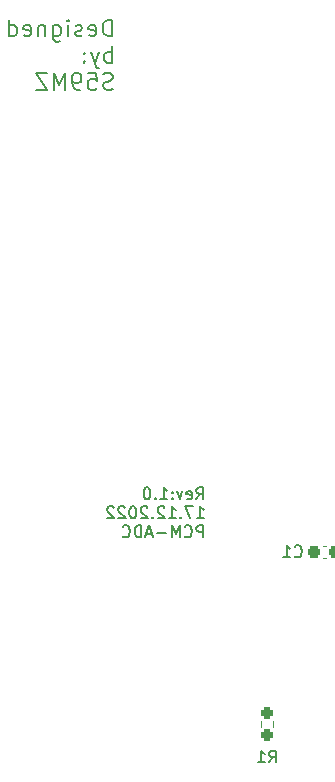
<source format=gbo>
G04 #@! TF.GenerationSoftware,KiCad,Pcbnew,6.0.9-8da3e8f707~116~ubuntu20.04.1*
G04 #@! TF.CreationDate,2022-12-17T22:04:31+01:00*
G04 #@! TF.ProjectId,pcm_pmod,70636d5f-706d-46f6-942e-6b696361645f,rev?*
G04 #@! TF.SameCoordinates,Original*
G04 #@! TF.FileFunction,Legend,Bot*
G04 #@! TF.FilePolarity,Positive*
%FSLAX46Y46*%
G04 Gerber Fmt 4.6, Leading zero omitted, Abs format (unit mm)*
G04 Created by KiCad (PCBNEW 6.0.9-8da3e8f707~116~ubuntu20.04.1) date 2022-12-17 22:04:31*
%MOMM*%
%LPD*%
G01*
G04 APERTURE LIST*
G04 Aperture macros list*
%AMRoundRect*
0 Rectangle with rounded corners*
0 $1 Rounding radius*
0 $2 $3 $4 $5 $6 $7 $8 $9 X,Y pos of 4 corners*
0 Add a 4 corners polygon primitive as box body*
4,1,4,$2,$3,$4,$5,$6,$7,$8,$9,$2,$3,0*
0 Add four circle primitives for the rounded corners*
1,1,$1+$1,$2,$3*
1,1,$1+$1,$4,$5*
1,1,$1+$1,$6,$7*
1,1,$1+$1,$8,$9*
0 Add four rect primitives between the rounded corners*
20,1,$1+$1,$2,$3,$4,$5,0*
20,1,$1+$1,$4,$5,$6,$7,0*
20,1,$1+$1,$6,$7,$8,$9,0*
20,1,$1+$1,$8,$9,$2,$3,0*%
G04 Aperture macros list end*
%ADD10C,0.150000*%
%ADD11C,0.120000*%
%ADD12C,1.500000*%
%ADD13R,1.700000X1.700000*%
%ADD14C,1.700000*%
%ADD15O,1.700000X1.700000*%
%ADD16RoundRect,0.237500X0.300000X0.237500X-0.300000X0.237500X-0.300000X-0.237500X0.300000X-0.237500X0*%
%ADD17RoundRect,0.237500X-0.237500X0.250000X-0.237500X-0.250000X0.237500X-0.250000X0.237500X0.250000X0*%
G04 APERTURE END LIST*
D10*
X116567976Y-109332380D02*
X116901309Y-108856190D01*
X117139404Y-109332380D02*
X117139404Y-108332380D01*
X116758452Y-108332380D01*
X116663214Y-108380000D01*
X116615595Y-108427619D01*
X116567976Y-108522857D01*
X116567976Y-108665714D01*
X116615595Y-108760952D01*
X116663214Y-108808571D01*
X116758452Y-108856190D01*
X117139404Y-108856190D01*
X115758452Y-109284761D02*
X115853690Y-109332380D01*
X116044166Y-109332380D01*
X116139404Y-109284761D01*
X116187023Y-109189523D01*
X116187023Y-108808571D01*
X116139404Y-108713333D01*
X116044166Y-108665714D01*
X115853690Y-108665714D01*
X115758452Y-108713333D01*
X115710833Y-108808571D01*
X115710833Y-108903809D01*
X116187023Y-108999047D01*
X115377500Y-108665714D02*
X115139404Y-109332380D01*
X114901309Y-108665714D01*
X114520357Y-109237142D02*
X114472738Y-109284761D01*
X114520357Y-109332380D01*
X114567976Y-109284761D01*
X114520357Y-109237142D01*
X114520357Y-109332380D01*
X114520357Y-108713333D02*
X114472738Y-108760952D01*
X114520357Y-108808571D01*
X114567976Y-108760952D01*
X114520357Y-108713333D01*
X114520357Y-108808571D01*
X113520357Y-109332380D02*
X114091785Y-109332380D01*
X113806071Y-109332380D02*
X113806071Y-108332380D01*
X113901309Y-108475238D01*
X113996547Y-108570476D01*
X114091785Y-108618095D01*
X113091785Y-109237142D02*
X113044166Y-109284761D01*
X113091785Y-109332380D01*
X113139404Y-109284761D01*
X113091785Y-109237142D01*
X113091785Y-109332380D01*
X112425119Y-108332380D02*
X112329880Y-108332380D01*
X112234642Y-108380000D01*
X112187023Y-108427619D01*
X112139404Y-108522857D01*
X112091785Y-108713333D01*
X112091785Y-108951428D01*
X112139404Y-109141904D01*
X112187023Y-109237142D01*
X112234642Y-109284761D01*
X112329880Y-109332380D01*
X112425119Y-109332380D01*
X112520357Y-109284761D01*
X112567976Y-109237142D01*
X112615595Y-109141904D01*
X112663214Y-108951428D01*
X112663214Y-108713333D01*
X112615595Y-108522857D01*
X112567976Y-108427619D01*
X112520357Y-108380000D01*
X112425119Y-108332380D01*
X116615595Y-110942380D02*
X117187023Y-110942380D01*
X116901309Y-110942380D02*
X116901309Y-109942380D01*
X116996547Y-110085238D01*
X117091785Y-110180476D01*
X117187023Y-110228095D01*
X116282261Y-109942380D02*
X115615595Y-109942380D01*
X116044166Y-110942380D01*
X115234642Y-110847142D02*
X115187023Y-110894761D01*
X115234642Y-110942380D01*
X115282261Y-110894761D01*
X115234642Y-110847142D01*
X115234642Y-110942380D01*
X114234642Y-110942380D02*
X114806071Y-110942380D01*
X114520357Y-110942380D02*
X114520357Y-109942380D01*
X114615595Y-110085238D01*
X114710833Y-110180476D01*
X114806071Y-110228095D01*
X113853690Y-110037619D02*
X113806071Y-109990000D01*
X113710833Y-109942380D01*
X113472738Y-109942380D01*
X113377500Y-109990000D01*
X113329880Y-110037619D01*
X113282261Y-110132857D01*
X113282261Y-110228095D01*
X113329880Y-110370952D01*
X113901309Y-110942380D01*
X113282261Y-110942380D01*
X112853690Y-110847142D02*
X112806071Y-110894761D01*
X112853690Y-110942380D01*
X112901309Y-110894761D01*
X112853690Y-110847142D01*
X112853690Y-110942380D01*
X112425119Y-110037619D02*
X112377500Y-109990000D01*
X112282261Y-109942380D01*
X112044166Y-109942380D01*
X111948928Y-109990000D01*
X111901309Y-110037619D01*
X111853690Y-110132857D01*
X111853690Y-110228095D01*
X111901309Y-110370952D01*
X112472738Y-110942380D01*
X111853690Y-110942380D01*
X111234642Y-109942380D02*
X111139404Y-109942380D01*
X111044166Y-109990000D01*
X110996547Y-110037619D01*
X110948928Y-110132857D01*
X110901309Y-110323333D01*
X110901309Y-110561428D01*
X110948928Y-110751904D01*
X110996547Y-110847142D01*
X111044166Y-110894761D01*
X111139404Y-110942380D01*
X111234642Y-110942380D01*
X111329880Y-110894761D01*
X111377500Y-110847142D01*
X111425119Y-110751904D01*
X111472738Y-110561428D01*
X111472738Y-110323333D01*
X111425119Y-110132857D01*
X111377500Y-110037619D01*
X111329880Y-109990000D01*
X111234642Y-109942380D01*
X110520357Y-110037619D02*
X110472738Y-109990000D01*
X110377500Y-109942380D01*
X110139404Y-109942380D01*
X110044166Y-109990000D01*
X109996547Y-110037619D01*
X109948928Y-110132857D01*
X109948928Y-110228095D01*
X109996547Y-110370952D01*
X110567976Y-110942380D01*
X109948928Y-110942380D01*
X109567976Y-110037619D02*
X109520357Y-109990000D01*
X109425119Y-109942380D01*
X109187023Y-109942380D01*
X109091785Y-109990000D01*
X109044166Y-110037619D01*
X108996547Y-110132857D01*
X108996547Y-110228095D01*
X109044166Y-110370952D01*
X109615595Y-110942380D01*
X108996547Y-110942380D01*
X117139404Y-112552380D02*
X117139404Y-111552380D01*
X116758452Y-111552380D01*
X116663214Y-111600000D01*
X116615595Y-111647619D01*
X116567976Y-111742857D01*
X116567976Y-111885714D01*
X116615595Y-111980952D01*
X116663214Y-112028571D01*
X116758452Y-112076190D01*
X117139404Y-112076190D01*
X115567976Y-112457142D02*
X115615595Y-112504761D01*
X115758452Y-112552380D01*
X115853690Y-112552380D01*
X115996547Y-112504761D01*
X116091785Y-112409523D01*
X116139404Y-112314285D01*
X116187023Y-112123809D01*
X116187023Y-111980952D01*
X116139404Y-111790476D01*
X116091785Y-111695238D01*
X115996547Y-111600000D01*
X115853690Y-111552380D01*
X115758452Y-111552380D01*
X115615595Y-111600000D01*
X115567976Y-111647619D01*
X115139404Y-112552380D02*
X115139404Y-111552380D01*
X114806071Y-112266666D01*
X114472738Y-111552380D01*
X114472738Y-112552380D01*
X113996547Y-112171428D02*
X113234642Y-112171428D01*
X112806071Y-112266666D02*
X112329880Y-112266666D01*
X112901309Y-112552380D02*
X112567976Y-111552380D01*
X112234642Y-112552380D01*
X111901309Y-112552380D02*
X111901309Y-111552380D01*
X111663214Y-111552380D01*
X111520357Y-111600000D01*
X111425119Y-111695238D01*
X111377500Y-111790476D01*
X111329880Y-111980952D01*
X111329880Y-112123809D01*
X111377500Y-112314285D01*
X111425119Y-112409523D01*
X111520357Y-112504761D01*
X111663214Y-112552380D01*
X111901309Y-112552380D01*
X110329880Y-112457142D02*
X110377500Y-112504761D01*
X110520357Y-112552380D01*
X110615595Y-112552380D01*
X110758452Y-112504761D01*
X110853690Y-112409523D01*
X110901309Y-112314285D01*
X110948928Y-112123809D01*
X110948928Y-111980952D01*
X110901309Y-111790476D01*
X110853690Y-111695238D01*
X110758452Y-111600000D01*
X110615595Y-111552380D01*
X110520357Y-111552380D01*
X110377500Y-111600000D01*
X110329880Y-111647619D01*
X109424166Y-70134333D02*
X109424166Y-68734333D01*
X109090833Y-68734333D01*
X108890833Y-68801000D01*
X108757500Y-68934333D01*
X108690833Y-69067666D01*
X108624166Y-69334333D01*
X108624166Y-69534333D01*
X108690833Y-69801000D01*
X108757500Y-69934333D01*
X108890833Y-70067666D01*
X109090833Y-70134333D01*
X109424166Y-70134333D01*
X107490833Y-70067666D02*
X107624166Y-70134333D01*
X107890833Y-70134333D01*
X108024166Y-70067666D01*
X108090833Y-69934333D01*
X108090833Y-69401000D01*
X108024166Y-69267666D01*
X107890833Y-69201000D01*
X107624166Y-69201000D01*
X107490833Y-69267666D01*
X107424166Y-69401000D01*
X107424166Y-69534333D01*
X108090833Y-69667666D01*
X106890833Y-70067666D02*
X106757500Y-70134333D01*
X106490833Y-70134333D01*
X106357500Y-70067666D01*
X106290833Y-69934333D01*
X106290833Y-69867666D01*
X106357500Y-69734333D01*
X106490833Y-69667666D01*
X106690833Y-69667666D01*
X106824166Y-69601000D01*
X106890833Y-69467666D01*
X106890833Y-69401000D01*
X106824166Y-69267666D01*
X106690833Y-69201000D01*
X106490833Y-69201000D01*
X106357500Y-69267666D01*
X105690833Y-70134333D02*
X105690833Y-69201000D01*
X105690833Y-68734333D02*
X105757500Y-68801000D01*
X105690833Y-68867666D01*
X105624166Y-68801000D01*
X105690833Y-68734333D01*
X105690833Y-68867666D01*
X104424166Y-69201000D02*
X104424166Y-70334333D01*
X104490833Y-70467666D01*
X104557500Y-70534333D01*
X104690833Y-70601000D01*
X104890833Y-70601000D01*
X105024166Y-70534333D01*
X104424166Y-70067666D02*
X104557500Y-70134333D01*
X104824166Y-70134333D01*
X104957500Y-70067666D01*
X105024166Y-70001000D01*
X105090833Y-69867666D01*
X105090833Y-69467666D01*
X105024166Y-69334333D01*
X104957500Y-69267666D01*
X104824166Y-69201000D01*
X104557500Y-69201000D01*
X104424166Y-69267666D01*
X103757500Y-69201000D02*
X103757500Y-70134333D01*
X103757500Y-69334333D02*
X103690833Y-69267666D01*
X103557500Y-69201000D01*
X103357500Y-69201000D01*
X103224166Y-69267666D01*
X103157500Y-69401000D01*
X103157500Y-70134333D01*
X101957500Y-70067666D02*
X102090833Y-70134333D01*
X102357500Y-70134333D01*
X102490833Y-70067666D01*
X102557500Y-69934333D01*
X102557500Y-69401000D01*
X102490833Y-69267666D01*
X102357500Y-69201000D01*
X102090833Y-69201000D01*
X101957500Y-69267666D01*
X101890833Y-69401000D01*
X101890833Y-69534333D01*
X102557500Y-69667666D01*
X100690833Y-70134333D02*
X100690833Y-68734333D01*
X100690833Y-70067666D02*
X100824166Y-70134333D01*
X101090833Y-70134333D01*
X101224166Y-70067666D01*
X101290833Y-70001000D01*
X101357500Y-69867666D01*
X101357500Y-69467666D01*
X101290833Y-69334333D01*
X101224166Y-69267666D01*
X101090833Y-69201000D01*
X100824166Y-69201000D01*
X100690833Y-69267666D01*
X109424166Y-72388333D02*
X109424166Y-70988333D01*
X109424166Y-71521666D02*
X109290833Y-71455000D01*
X109024166Y-71455000D01*
X108890833Y-71521666D01*
X108824166Y-71588333D01*
X108757500Y-71721666D01*
X108757500Y-72121666D01*
X108824166Y-72255000D01*
X108890833Y-72321666D01*
X109024166Y-72388333D01*
X109290833Y-72388333D01*
X109424166Y-72321666D01*
X108290833Y-71455000D02*
X107957500Y-72388333D01*
X107624166Y-71455000D02*
X107957500Y-72388333D01*
X108090833Y-72721666D01*
X108157500Y-72788333D01*
X108290833Y-72855000D01*
X107090833Y-72255000D02*
X107024166Y-72321666D01*
X107090833Y-72388333D01*
X107157500Y-72321666D01*
X107090833Y-72255000D01*
X107090833Y-72388333D01*
X107090833Y-71521666D02*
X107024166Y-71588333D01*
X107090833Y-71655000D01*
X107157500Y-71588333D01*
X107090833Y-71521666D01*
X107090833Y-71655000D01*
X109490833Y-74575666D02*
X109290833Y-74642333D01*
X108957500Y-74642333D01*
X108824166Y-74575666D01*
X108757500Y-74509000D01*
X108690833Y-74375666D01*
X108690833Y-74242333D01*
X108757500Y-74109000D01*
X108824166Y-74042333D01*
X108957500Y-73975666D01*
X109224166Y-73909000D01*
X109357500Y-73842333D01*
X109424166Y-73775666D01*
X109490833Y-73642333D01*
X109490833Y-73509000D01*
X109424166Y-73375666D01*
X109357500Y-73309000D01*
X109224166Y-73242333D01*
X108890833Y-73242333D01*
X108690833Y-73309000D01*
X107424166Y-73242333D02*
X108090833Y-73242333D01*
X108157500Y-73909000D01*
X108090833Y-73842333D01*
X107957500Y-73775666D01*
X107624166Y-73775666D01*
X107490833Y-73842333D01*
X107424166Y-73909000D01*
X107357500Y-74042333D01*
X107357500Y-74375666D01*
X107424166Y-74509000D01*
X107490833Y-74575666D01*
X107624166Y-74642333D01*
X107957500Y-74642333D01*
X108090833Y-74575666D01*
X108157500Y-74509000D01*
X106690833Y-74642333D02*
X106424166Y-74642333D01*
X106290833Y-74575666D01*
X106224166Y-74509000D01*
X106090833Y-74309000D01*
X106024166Y-74042333D01*
X106024166Y-73509000D01*
X106090833Y-73375666D01*
X106157500Y-73309000D01*
X106290833Y-73242333D01*
X106557500Y-73242333D01*
X106690833Y-73309000D01*
X106757500Y-73375666D01*
X106824166Y-73509000D01*
X106824166Y-73842333D01*
X106757500Y-73975666D01*
X106690833Y-74042333D01*
X106557500Y-74109000D01*
X106290833Y-74109000D01*
X106157500Y-74042333D01*
X106090833Y-73975666D01*
X106024166Y-73842333D01*
X105424166Y-74642333D02*
X105424166Y-73242333D01*
X104957500Y-74242333D01*
X104490833Y-73242333D01*
X104490833Y-74642333D01*
X103957500Y-73242333D02*
X103024166Y-73242333D01*
X103957500Y-74642333D01*
X103024166Y-74642333D01*
X124880666Y-114149142D02*
X124928285Y-114196761D01*
X125071142Y-114244380D01*
X125166380Y-114244380D01*
X125309238Y-114196761D01*
X125404476Y-114101523D01*
X125452095Y-114006285D01*
X125499714Y-113815809D01*
X125499714Y-113672952D01*
X125452095Y-113482476D01*
X125404476Y-113387238D01*
X125309238Y-113292000D01*
X125166380Y-113244380D01*
X125071142Y-113244380D01*
X124928285Y-113292000D01*
X124880666Y-113339619D01*
X123928285Y-114244380D02*
X124499714Y-114244380D01*
X124214000Y-114244380D02*
X124214000Y-113244380D01*
X124309238Y-113387238D01*
X124404476Y-113482476D01*
X124499714Y-113530095D01*
X122721666Y-131619880D02*
X123055000Y-131143690D01*
X123293095Y-131619880D02*
X123293095Y-130619880D01*
X122912142Y-130619880D01*
X122816904Y-130667500D01*
X122769285Y-130715119D01*
X122721666Y-130810357D01*
X122721666Y-130953214D01*
X122769285Y-131048452D01*
X122816904Y-131096071D01*
X122912142Y-131143690D01*
X123293095Y-131143690D01*
X121769285Y-131619880D02*
X122340714Y-131619880D01*
X122055000Y-131619880D02*
X122055000Y-130619880D01*
X122150238Y-130762738D01*
X122245476Y-130857976D01*
X122340714Y-130905595D01*
D11*
X127553767Y-113282000D02*
X127261233Y-113282000D01*
X127553767Y-114302000D02*
X127261233Y-114302000D01*
X122032500Y-128118776D02*
X122032500Y-128628224D01*
X123077500Y-128118776D02*
X123077500Y-128628224D01*
%LPC*%
D12*
X116525000Y-137160000D03*
X109525000Y-137160000D03*
D13*
X101600000Y-87630000D03*
D14*
X101600000Y-90170000D03*
X101600000Y-92710000D03*
X101600000Y-95250000D03*
X101600000Y-97790000D03*
X101600000Y-100330000D03*
X127000000Y-100330000D03*
X127000000Y-97790000D03*
X127000000Y-95250000D03*
X127000000Y-92710000D03*
X127000000Y-90170000D03*
X127000000Y-87630000D03*
X116840000Y-77978000D03*
X114300000Y-77978000D03*
X111760000Y-77978000D03*
D13*
X115570000Y-71120000D03*
D15*
X115570000Y-68580000D03*
X118110000Y-71120000D03*
X118110000Y-68580000D03*
X120650000Y-71120000D03*
X120650000Y-68580000D03*
X123190000Y-71120000D03*
X123190000Y-68580000D03*
X125730000Y-71120000D03*
X125730000Y-68580000D03*
X128270000Y-71120000D03*
X128270000Y-68580000D03*
D13*
X118595000Y-120142000D03*
D14*
X118595000Y-122682000D03*
X118595000Y-125222000D03*
X126215000Y-125222000D03*
X126215000Y-122682000D03*
X126215000Y-120142000D03*
D13*
X102235000Y-120142000D03*
D14*
X102235000Y-122682000D03*
X102235000Y-125222000D03*
X109855000Y-125222000D03*
X109855000Y-122682000D03*
X109855000Y-120142000D03*
D13*
X125730000Y-138430000D03*
D15*
X125730000Y-135890000D03*
D16*
X128270000Y-113792000D03*
X126545000Y-113792000D03*
D17*
X122555000Y-127461000D03*
X122555000Y-129286000D03*
M02*

</source>
